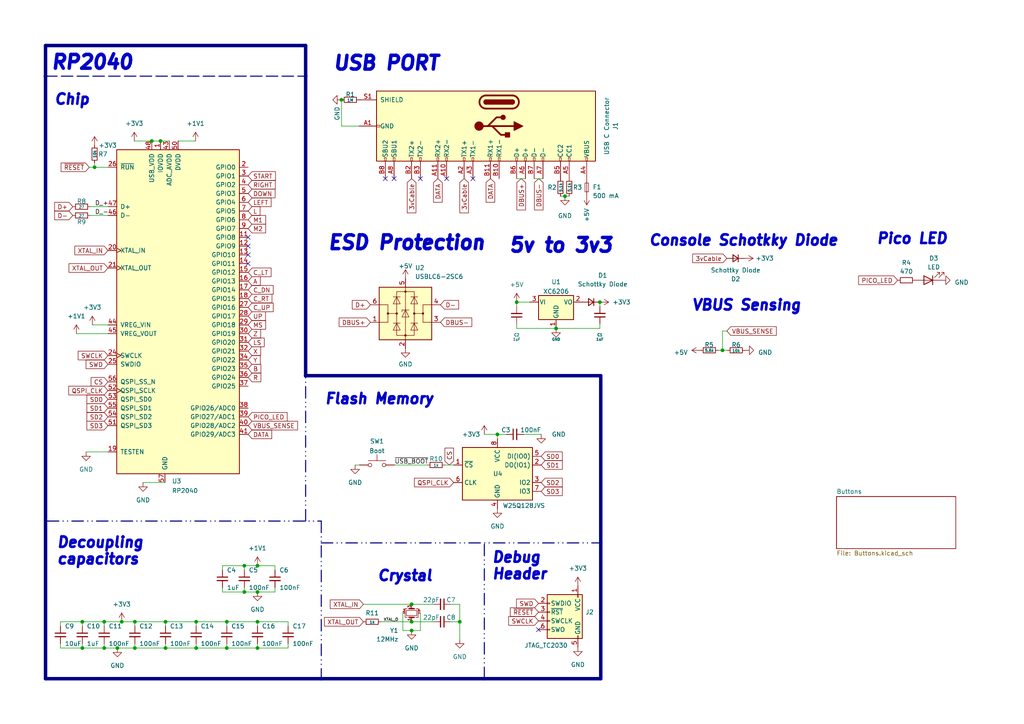
<source format=kicad_sch>
(kicad_sch (version 20230121) (generator eeschema)
  (paper "A4")
  (lib_symbols
    (symbol "Connector:USB_C_Receptacle" (pin_names (offset 1.016))
      (property "Reference" "J" (at -10.16 29.21 0))
      (property "Value" "USB_C_Receptacle" (at 10.16 29.21 0))
      (symbol "USB_C_Receptacle_1_1"
        (pin passive line (at 0 -40.64 90) (length 5.08) (name "GND") (number "A1"))
        (pin bidirectional line (at 15.24 -15.24 180) (length 5.08) (name "RX2-") (number "A10"))
        (pin bidirectional line (at 15.24 -17.78 180) (length 5.08) (name "RX2+") (number "A11"))
        (pin passive line (at 0 -40.64 90) (length 5.08) hide (name "GND") (number "A12"))
        (pin bidirectional line (at 15.24 -10.16 180) (length 5.08) (name "TX1+") (number "A2"))
        (pin bidirectional line (at 15.24 -7.62 180) (length 5.08) (name "TX1-") (number "A3"))
        (pin passive line (at 15.24 25.4 180) (length 5.08) (name "VBUS") (number "A4"))
        (pin bidirectional line (at 15.24 20.32 180) (length 5.08) (name "CC1") (number "A5"))
        (pin bidirectional line (at 15.24 7.62 180) (length 5.08) (name "D+") (number "A6"))
        (pin bidirectional line (at 15.24 12.7 180) (length 5.08) (name "D-") (number "A7"))
        (pin bidirectional line (at 15.24 -30.48 180) (length 5.08) (name "SBU1") (number "A8"))
        (pin passive line (at 15.24 25.4 180) (length 5.08) hide (name "VBUS") (number "A9"))
        (pin passive line (at 0 -40.64 90) (length 5.08) hide (name "GND") (number "B1"))
        (pin bidirectional line (at 15.24 0 180) (length 5.08) (name "RX1-") (number "B10"))
        (pin bidirectional line (at 15.24 -2.54 180) (length 5.08) (name "RX1+") (number "B11"))
        (pin passive line (at 0 -40.64 90) (length 5.08) hide (name "GND") (number "B12"))
        (pin bidirectional line (at 15.24 -25.4 180) (length 5.08) (name "TX2+") (number "B2"))
        (pin bidirectional line (at 15.24 -22.86 180) (length 5.08) (name "TX2-") (number "B3"))
        (pin passive line (at 15.24 25.4 180) (length 5.08) hide (name "VBUS") (number "B4"))
        (pin bidirectional line (at 15.24 17.78 180) (length 5.08) (name "CC2") (number "B5"))
        (pin bidirectional line (at 15.24 5.08 180) (length 5.08) (name "D+") (number "B6"))
        (pin bidirectional line (at 15.24 10.16 180) (length 5.08) (name "D-") (number "B7"))
        (pin bidirectional line (at 15.24 -33.02 180) (length 5.08) (name "SBU2") (number "B8"))
        (pin passive line (at 15.24 25.4 180) (length 5.08) hide (name "VBUS") (number "B9"))
        (pin passive line (at -7.62 -40.64 90) (length 5.08) (name "SHIELD") (number "S1"))
      )
    )
    (symbol "Device:C_Small" (pin_numbers hide) (pin_names (offset 0.254) hide)
      (property "Reference" "C" (at 0.254 1.778 0))
      (property "Value" "C_Small" (at 0.254 -2.032 0))
      (symbol "C_Small_1_1"
        (pin passive line (at 0 2.54 270) (length 2.032) (name "~") (number "1"))
        (pin passive line (at 0 -2.54 90) (length 2.032) (name "~") (number "2"))
      )
    )
    (symbol "Device:Crystal_GND24_Small" (pin_names (offset 1.016) hide)
      (property "Reference" "Y" (at 1.27 4.445 0))
      (property "Value" "Crystal_GND24_Small" (at 1.27 2.54 0))
      (symbol "Crystal_GND24_Small_1_1"
        (pin passive line (at -2.54 0 0) (length 1.27) (name "1") (number "1"))
        (pin passive line (at 0 -2.54 90) (length 0.635) (name "2") (number "2"))
        (pin passive line (at 2.54 0 180) (length 1.27) (name "3") (number "3"))
        (pin passive line (at 0 2.54 270) (length 0.635) (name "4") (number "4"))
      )
    )
    (symbol "Device:D_Small" (pin_numbers hide) (pin_names (offset 0.254) hide)
      (property "Reference" "D" (at -1.27 2.032 0))
      (property "Value" "D_Small" (at -3.81 -2.032 0))
      (symbol "D_Small_1_1"
        (pin passive line (at -2.54 0 0) (length 1.778) (name "K") (number "1"))
        (pin passive line (at 2.54 0 180) (length 1.778) (name "A") (number "2"))
      )
    )
    (symbol "Device:Fuse_Small" (pin_numbers hide) (pin_names (offset 0.254) hide)
      (property "Reference" "F" (at 0 -1.524 0))
      (property "Value" "Fuse_Small" (at 0 1.524 0))
      (symbol "Fuse_Small_1_1"
        (pin passive line (at -2.54 0 0) (length 1.27) (name "~") (number "1"))
        (pin passive line (at 2.54 0 180) (length 1.27) (name "~") (number "2"))
      )
    )
    (symbol "Device:LED" (pin_numbers hide) (pin_names (offset 1.016) hide)
      (property "Reference" "D" (at 0 2.54 0))
      (property "Value" "LED" (at 0 -2.54 0))
      (symbol "LED_1_1"
        (pin passive line (at -3.81 0 0) (length 2.54) (name "K") (number "1"))
        (pin passive line (at 3.81 0 180) (length 2.54) (name "A") (number "2"))
      )
    )
    (symbol "Device:R_Small" (pin_numbers hide) (pin_names (offset 0.254) hide)
      (property "Reference" "R" (at 0.762 0.508 0))
      (property "Value" "R_Small" (at 0.762 -1.016 0))
      (symbol "R_Small_1_1"
        (pin passive line (at 0 2.54 270) (length 0.762) (name "~") (number "1"))
        (pin passive line (at 0 -2.54 90) (length 0.762) (name "~") (number "2"))
      )
    )
    (symbol "Memory_Flash:W25Q128JVS"
      (property "Reference" "U" (at -8.89 8.89 0))
      (property "Value" "W25Q128JVS" (at 7.62 8.89 0))
      (symbol "W25Q128JVS_1_1"
        (pin input line (at -12.7 2.54 0) (length 2.54) (name "~{CS}") (number "1"))
        (pin bidirectional line (at 12.7 2.54 180) (length 2.54) (name "DO(IO1)") (number "2"))
        (pin bidirectional line (at 12.7 -2.54 180) (length 2.54) (name "IO2") (number "3"))
        (pin power_in line (at 0 -10.16 90) (length 2.54) (name "GND") (number "4"))
        (pin bidirectional line (at 12.7 5.08 180) (length 2.54) (name "DI(IO0)") (number "5"))
        (pin input line (at -12.7 -2.54 0) (length 2.54) (name "CLK") (number "6"))
        (pin bidirectional line (at 12.7 -5.08 180) (length 2.54) (name "IO3") (number "7"))
        (pin power_in line (at 0 10.16 270) (length 2.54) (name "VCC") (number "8"))
      )
    )
    (symbol "Power_Protection:USBLC6-2SC6" (pin_names hide)
      (property "Reference" "U" (at 2.54 8.89 0))
      (property "Value" "USBLC6-2SC6" (at 2.54 -8.89 0))
      (symbol "USBLC6-2SC6_1_1"
        (pin passive line (at -10.16 -2.54 0) (length 2.54) (name "I/O1") (number "1"))
        (pin passive line (at 0 -10.16 90) (length 2.54) (name "GND") (number "2"))
        (pin passive line (at 10.16 -2.54 180) (length 2.54) (name "I/O2") (number "3"))
        (pin passive line (at 10.16 2.54 180) (length 2.54) (name "I/O2") (number "4"))
        (pin passive line (at 0 10.16 270) (length 2.54) (name "VBUS") (number "5"))
        (pin passive line (at -10.16 2.54 0) (length 2.54) (name "I/O1") (number "6"))
      )
    )
    (symbol "Regulator_Linear:XC6206PxxxMR" (pin_names (offset 0.254))
      (property "Reference" "U" (at -3.81 3.175 0))
      (property "Value" "XC6206PxxxMR" (at 0 3.175 0))
      (symbol "XC6206PxxxMR_1_1"
        (pin power_in line (at 0 -7.62 90) (length 2.54) (name "GND") (number "1"))
        (pin power_out line (at 7.62 0 180) (length 2.54) (name "VO") (number "2"))
        (pin power_in line (at -7.62 0 0) (length 2.54) (name "VI") (number "3"))
      )
    )
    (symbol "Sleep-lib:RP2040" (pin_names (offset 1.016))
      (property "Reference" "U" (at 8.89 51.435 0))
      (property "Value" "RP2040" (at 8.89 48.895 0))
      (symbol "RP2040_1_1"
        (pin power_in line (at -5.08 50.8 270) (length 2.54) (name "IOVDD") (number "1"))
        (pin power_in line (at -5.08 50.8 270) (length 2.54) hide (name "IOVDD") (number "10"))
        (pin input line (at 20.32 22.86 180) (length 2.54) (name "GPIO8") (number "11"))
        (pin input line (at 20.32 20.32 180) (length 2.54) (name "GPIO9") (number "12"))
        (pin input line (at 20.32 17.78 180) (length 2.54) (name "GPIO10") (number "13"))
        (pin input line (at 20.32 15.24 180) (length 2.54) (name "GPIO11") (number "14"))
        (pin input line (at 20.32 12.7 180) (length 2.54) (name "GPIO12") (number "15"))
        (pin input line (at 20.32 10.16 180) (length 2.54) (name "GPIO13") (number "16"))
        (pin input line (at 20.32 7.62 180) (length 2.54) (name "GPIO14") (number "17"))
        (pin input line (at 20.32 5.08 180) (length 2.54) (name "GPIO15") (number "18"))
        (pin input line (at -20.32 -39.37 0) (length 2.54) (name "TESTEN") (number "19"))
        (pin input line (at 20.32 43.18 180) (length 2.54) (name "GPIO0") (number "2"))
        (pin input clock (at -20.32 19.05 0) (length 2.54) (name "XTAL_IN") (number "20"))
        (pin input clock (at -20.32 13.97 0) (length 2.54) (name "XTAL_OUT") (number "21"))
        (pin power_in line (at -5.08 50.8 270) (length 2.54) hide (name "IOVDD") (number "22"))
        (pin power_in line (at 0 50.8 270) (length 2.54) hide (name "DVDD") (number "23"))
        (pin input clock (at -20.32 -11.43 0) (length 2.54) (name "SWCLK") (number "24"))
        (pin bidirectional line (at -20.32 -13.97 0) (length 2.54) (name "SWDIO") (number "25"))
        (pin input line (at -20.32 43.18 0) (length 2.54) (name "~{RUN}") (number "26"))
        (pin input line (at 20.32 2.54 180) (length 2.54) (name "GPIO16") (number "27"))
        (pin input line (at 20.32 0 180) (length 2.54) (name "GPIO17") (number "28"))
        (pin input line (at 20.32 -2.54 180) (length 2.54) (name "GPIO18") (number "29"))
        (pin input line (at 20.32 40.64 180) (length 2.54) (name "GPIO1") (number "3"))
        (pin input line (at 20.32 -5.08 180) (length 2.54) (name "GPIO19") (number "30"))
        (pin input line (at 20.32 -7.62 180) (length 2.54) (name "GPIO20") (number "31"))
        (pin input line (at 20.32 -10.16 180) (length 2.54) (name "GPIO21") (number "32"))
        (pin power_in line (at -5.08 50.8 270) (length 2.54) hide (name "IOVDD") (number "33"))
        (pin input line (at 20.32 -12.7 180) (length 2.54) (name "GPIO22") (number "34"))
        (pin input line (at 20.32 -15.24 180) (length 2.54) (name "GPIO23") (number "35"))
        (pin input line (at 20.32 -17.78 180) (length 2.54) (name "GPIO24") (number "36"))
        (pin input line (at 20.32 -20.32 180) (length 2.54) (name "GPIO25") (number "37"))
        (pin input line (at 20.32 -26.67 180) (length 2.54) (name "GPIO26/ADC0") (number "38"))
        (pin input line (at 20.32 -29.21 180) (length 2.54) (name "GPIO27/ADC1") (number "39"))
        (pin input line (at 20.32 38.1 180) (length 2.54) (name "GPIO2") (number "4"))
        (pin input line (at 20.32 -31.75 180) (length 2.54) (name "GPIO28/ADC2") (number "40"))
        (pin input line (at 20.32 -34.29 180) (length 2.54) (name "GPIO29/ADC3") (number "41"))
        (pin power_in line (at -5.08 50.8 270) (length 2.54) hide (name "IOVDD") (number "42"))
        (pin power_in line (at -2.54 50.8 270) (length 2.54) (name "ADC_AVDD") (number "43"))
        (pin power_in line (at -20.32 -2.54 0) (length 2.54) (name "VREG_VIN") (number "44"))
        (pin power_out line (at -20.32 -5.08 0) (length 2.54) (name "VREG_VOUT") (number "45"))
        (pin bidirectional line (at -20.32 29.21 0) (length 2.54) (name "D-") (number "46"))
        (pin bidirectional line (at -20.32 31.75 0) (length 2.54) (name "D+") (number "47"))
        (pin power_in line (at -7.62 50.8 270) (length 2.54) (name "USB_VDD") (number "48"))
        (pin power_in line (at -5.08 50.8 270) (length 2.54) hide (name "IOVDD") (number "49"))
        (pin input line (at 20.32 35.56 180) (length 2.54) (name "GPIO3") (number "5"))
        (pin power_in line (at 0 50.8 270) (length 2.54) (name "DVDD") (number "50"))
        (pin bidirectional line (at -20.32 -31.75 0) (length 2.54) (name "QSPI_SD3") (number "51"))
        (pin input clock (at -20.32 -21.59 0) (length 2.54) (name "QSPI_SCLK") (number "52"))
        (pin bidirectional line (at -20.32 -24.13 0) (length 2.54) (name "QSPI_SD0") (number "53"))
        (pin bidirectional line (at -20.32 -29.21 0) (length 2.54) (name "QSPI_SD2") (number "54"))
        (pin bidirectional line (at -20.32 -26.67 0) (length 2.54) (name "QSPI_SD1") (number "55"))
        (pin bidirectional line (at -20.32 -19.05 0) (length 2.54) (name "QSPI_SS_N") (number "56"))
        (pin power_in line (at -3.81 -48.26 90) (length 2.54) (name "GND") (number "57"))
        (pin input line (at 20.32 33.02 180) (length 2.54) (name "GPIO4") (number "6"))
        (pin input line (at 20.32 30.48 180) (length 2.54) (name "GPIO5") (number "7"))
        (pin input line (at 20.32 27.94 180) (length 2.54) (name "GPIO6") (number "8"))
        (pin input line (at 20.32 25.4 180) (length 2.54) (name "GPIO7") (number "9"))
      )
    )
    (symbol "Switch:SW_Push" (pin_numbers hide) (pin_names (offset 1.016) hide)
      (property "Reference" "SW" (at 1.27 2.54 0))
      (property "Value" "SW_Push" (at 0 -1.524 0))
      (symbol "SW_Push_0_1"
        (pin passive line (at -5.08 0 0) (length 2.54) (name "1") (number "1"))
        (pin passive line (at 5.08 0 180) (length 2.54) (name "2") (number "2"))
      )
    )
    (symbol "marbastlib-various:JTAG_TC2030" (pin_names (offset 1.016))
      (property "Reference" "J" (at -3.81 -6.35 0))
      (property "Value" "JTAG_TC2030" (at -10.16 8.89 0))
      (symbol "JTAG_TC2030_1_1"
        (pin passive line (at 5.08 10.16 270) (length 2.54) (name "VCC") (number "1"))
        (pin passive line (at -6.35 5.08 0) (length 2.54) (name "SWDIO") (number "2"))
        (pin passive line (at -6.35 2.54 0) (length 2.54) (name "~{RST}") (number "3"))
        (pin passive line (at -6.35 0 0) (length 2.54) (name "SWCLK") (number "4"))
        (pin passive line (at 5.08 -7.62 90) (length 2.54) (name "GND") (number "5"))
        (pin passive line (at -6.35 -2.54 0) (length 2.54) (name "SWO") (number "6"))
      )
    )
    (symbol "power:+1V1" (power) (pin_names (offset 0))
      (property "Value" "+1V1" (at 0 3.556 0))
      (symbol "+1V1_1_1"
        (pin power_in line (at 0 0 90) (length 0) hide (name "+1V1") (number "1"))
      )
    )
    (symbol "power:+3.3V" (power) (pin_names (offset 0))
      (property "Value" "+3.3V" (at 0 3.556 0))
      (symbol "+3.3V_1_1"
        (pin power_in line (at 0 0 90) (length 0) hide (name "+3V3") (number "1"))
      )
    )
    (symbol "power:+3V3" (power) (pin_names (offset 0))
      (property "Value" "+3V3" (at 0 3.556 0))
      (symbol "+3V3_1_1"
        (pin power_in line (at 0 0 90) (length 0) hide (name "+3V3") (number "1"))
      )
    )
    (symbol "power:+5V" (power) (pin_names (offset 0))
      (property "Value" "+5V" (at 0 3.556 0))
      (symbol "+5V_1_1"
        (pin power_in line (at 0 0 90) (length 0) hide (name "+5V") (number "1"))
      )
    )
    (symbol "power:GND" (power) (pin_names (offset 0))
      (property "Value" "GND" (at 0 -3.81 0))
      (symbol "GND_1_1"
        (pin power_in line (at 0 0 270) (length 0) hide (name "GND") (number "1"))
      )
    )
  )
  (junction (at 140.4766 196.85))
  (junction (at 23.876 187.96))
  (junction (at 56.896 180.34))
  (junction (at 56.896 187.96))
  (junction (at 88.646 22.098))
  (junction (at 23.876 180.34))
  (junction (at 74.676 180.34))
  (junction (at 161.29 95.25) (diameter 0.9144))
  (junction (at 74.676 164.084))
  (junction (at 93.1852 196.85))
  (junction (at 74.676 187.96))
  (junction (at 39.116 180.34))
  (junction (at 70.866 171.704))
  (junction (at 34.036 187.96))
  (junction (at 48.006 187.96))
  (junction (at 149.86 87.63) (diameter 0.9144))
  (junction (at 35.306 180.34))
  (junction (at 174.244 157.4631))
  (junction (at 44.0248 40.894))
  (junction (at 173.99 87.63))
  (junction (at 30.226 180.34))
  (junction (at 74.676 171.704))
  (junction (at 133.35 180.34))
  (junction (at 65.786 187.96))
  (junction (at 46.5648 40.894))
  (junction (at 119.38 182.88))
  (junction (at 13.208 22.098))
  (junction (at 70.866 164.084))
  (junction (at 119.38 180.34))
  (junction (at 88.646 108.966))
  (junction (at 163.8554 56.896))
  (junction (at 209.55 101.6))
  (junction (at 39.116 187.96))
  (junction (at 144.272 125.984))
  (junction (at 48.006 180.34))
  (junction (at 119.38 175.26))
  (junction (at 27.432 48.514))
  (junction (at 99.06 28.956))
  (junction (at 30.226 187.96))
  (junction (at 65.786 180.34))
  (no_connect (at 71.9648 76.454))
  (no_connect (at 71.9648 73.914))
  (no_connect (at 71.9648 68.834))
  (no_connect (at 71.9648 71.374))
  (no_connect (at 156.1776 182.626))
  (no_connect (at 137.16 51.816))
  (no_connect (at 129.54 51.816))
  (no_connect (at 121.92 51.816))
  (no_connect (at 114.3 51.816))
  (no_connect (at 111.76 51.816))
  (bus (pts (xy 140.4766 196.85) (xy 174.244 196.85)) (stroke (width 1)))
  (wire (pts (xy 65.786 186.69) (xy 65.786 187.96)))
  (bus (pts (xy 174.244 196.85) (xy 174.244 157.4631)) (stroke (width 1)))
  (wire (pts (xy 70.866 164.084) (xy 64.516 164.084)))
  (wire (pts (xy 83.566 180.34) (xy 83.566 181.61)))
  (wire (pts (xy 210.82 96.012) (xy 209.55 96.012)))
  (wire (pts (xy 24.9748 131.064) (xy 31.3248 131.064)))
  (wire (pts (xy 39.116 180.34) (xy 39.116 181.61)))
  (wire (pts (xy 31.3248 96.774) (xy 22.1554 96.774)))
  (bus (pts (xy 13.208 22.098) (xy 13.208 196.85)) (stroke (width 1)))
  (wire (pts (xy 30.226 180.34) (xy 30.226 181.61)))
  (wire (pts (xy 23.876 186.69) (xy 23.876 187.96)))
  (bus (pts (xy 93.1852 151.13) (xy 93.1852 196.85)) (stroke (width 0) (type dash_dot_dot)))
  (wire (pts (xy 51.6448 40.894) (xy 56.7248 40.894)))
  (wire (pts (xy 74.676 180.34) (xy 83.566 180.34)))
  (bus (pts (xy 93.1852 196.85) (xy 140.4766 196.85)) (stroke (width 1)))
  (wire (pts (xy 65.786 187.96) (xy 74.676 187.96)))
  (wire (pts (xy 116.84 177.8) (xy 116.84 182.88)))
  (wire (pts (xy 23.876 187.96) (xy 30.226 187.96)))
  (wire (pts (xy 161.29 95.25) (xy 173.99 95.25)))
  (wire (pts (xy 133.35 175.26) (xy 133.35 180.34)))
  (wire (pts (xy 25.8891 48.514) (xy 27.432 48.514)))
  (wire (pts (xy 173.99 88.8746) (xy 173.99 87.63)))
  (wire (pts (xy 209.55 101.6) (xy 210.9978 101.6)))
  (wire (pts (xy 26.194 59.944) (xy 31.3248 59.944)))
  (wire (pts (xy 151.892 125.984) (xy 156.972 125.984)))
  (wire (pts (xy 83.566 187.96) (xy 83.566 186.69)))
  (bus (pts (xy 88.646 22.098) (xy 88.646 108.966)) (stroke (width 1)))
  (wire (pts (xy 17.526 186.69) (xy 17.526 187.96)))
  (bus (pts (xy 88.646 151.13) (xy 88.646 108.966)) (stroke (width 0) (type dash_dot_dot)))
  (wire (pts (xy 17.526 181.61) (xy 17.526 180.34)))
  (wire (pts (xy 46.5648 40.894) (xy 49.1048 40.894)))
  (wire (pts (xy 74.676 164.084) (xy 79.756 164.084)))
  (wire (pts (xy 116.84 182.88) (xy 119.38 182.88)))
  (wire (pts (xy 121.92 182.88) (xy 119.38 182.88)))
  (bus (pts (xy 13.208 22.098) (xy 88.646 22.098)) (stroke (width 0) (type dash)))
  (wire (pts (xy 48.006 180.34) (xy 56.896 180.34)))
  (wire (pts (xy 70.866 170.434) (xy 70.866 171.704)))
  (wire (pts (xy 39.116 187.96) (xy 39.116 186.69)))
  (wire (pts (xy 64.516 171.704) (xy 70.866 171.704)))
  (wire (pts (xy 74.676 164.084) (xy 70.866 164.084)))
  (wire (pts (xy 64.516 170.434) (xy 64.516 171.704)))
  (wire (pts (xy 56.896 180.34) (xy 65.786 180.34)))
  (wire (pts (xy 30.226 186.69) (xy 30.226 187.96)))
  (wire (pts (xy 65.786 180.34) (xy 74.676 180.34)))
  (wire (pts (xy 41.4848 139.954) (xy 47.8348 139.954)))
  (wire (pts (xy 99.06 36.576) (xy 99.06 28.956)))
  (wire (pts (xy 125.73 180.34) (xy 119.38 180.34)))
  (wire (pts (xy 102.997 134.874) (xy 104.267 134.874)))
  (wire (pts (xy 17.526 180.34) (xy 23.876 180.34)))
  (wire (pts (xy 70.866 164.084) (xy 70.866 165.354)))
  (wire (pts (xy 149.86 93.98) (xy 149.86 95.25)))
  (wire (pts (xy 30.226 180.34) (xy 35.306 180.34)))
  (wire (pts (xy 39.116 180.34) (xy 48.006 180.34)))
  (bus (pts (xy 13.208 196.85) (xy 93.1852 196.85)) (stroke (width 1)))
  (bus (pts (xy 13.716 151.13) (xy 93.1852 151.13)) (stroke (width 0) (type dash_dot_dot)))
  (bus (pts (xy 88.646 13.208) (xy 88.646 22.098)) (stroke (width 1)))
  (wire (pts (xy 144.272 125.984) (xy 144.272 127.254)))
  (wire (pts (xy 209.55 96.012) (xy 209.55 101.6)))
  (wire (pts (xy 104.14 36.576) (xy 99.06 36.576)))
  (wire (pts (xy 17.526 187.96) (xy 23.876 187.96)))
  (wire (pts (xy 26.7782 94.234) (xy 31.3248 94.234)))
  (wire (pts (xy 30.226 187.96) (xy 34.036 187.96)))
  (wire (pts (xy 149.86 87.63) (xy 149.86 88.9)))
  (wire (pts (xy 152.4 51.816) (xy 149.86 51.816)))
  (bus (pts (xy 13.208 13.208) (xy 13.208 22.098)) (stroke (width 1)))
  (wire (pts (xy 74.676 187.96) (xy 83.566 187.96)))
  (wire (pts (xy 39.116 187.96) (xy 48.006 187.96)))
  (wire (pts (xy 70.866 171.704) (xy 74.676 171.704)))
  (bus (pts (xy 140.4766 196.85) (xy 140.4766 157.48)) (stroke (width 0) (type dash_dot_dot)))
  (wire (pts (xy 173.99 93.9546) (xy 173.99 95.25)))
  (wire (pts (xy 56.896 187.96) (xy 65.786 187.96)))
  (wire (pts (xy 133.35 180.34) (xy 133.35 185.42)))
  (wire (pts (xy 161.29 95.25) (xy 149.86 95.25)))
  (bus (pts (xy 174.244 157.4631) (xy 174.244 157.48)))
  (wire (pts (xy 105.41 175.26) (xy 119.38 175.26)))
  (wire (pts (xy 35.306 180.34) (xy 39.116 180.34)))
  (wire (pts (xy 27.432 47.244) (xy 27.432 48.514)))
  (wire (pts (xy 64.516 164.084) (xy 64.516 165.354)))
  (wire (pts (xy 163.8554 56.896) (xy 165.1 56.896)))
  (wire (pts (xy 56.896 186.69) (xy 56.896 187.96)))
  (wire (pts (xy 129.032 134.874) (xy 131.572 134.874)))
  (wire (pts (xy 157.48 51.816) (xy 154.94 51.816)))
  (wire (pts (xy 56.896 180.34) (xy 56.896 181.61)))
  (wire (pts (xy 121.92 177.8) (xy 121.92 182.88)))
  (wire (pts (xy 74.676 180.34) (xy 74.676 181.61)))
  (wire (pts (xy 125.73 175.26) (xy 119.38 175.26)))
  (wire (pts (xy 79.756 171.704) (xy 79.756 170.434)))
  (wire (pts (xy 48.006 187.96) (xy 56.896 187.96)))
  (bus (pts (xy 174.244 157.4631) (xy 174.244 108.966)) (stroke (width 1)))
  (bus (pts (xy 93.1852 157.4631) (xy 174.244 157.4631)) (stroke (width 0) (type dash_dot_dot)))
  (wire (pts (xy 144.272 125.984) (xy 146.812 125.984)))
  (wire (pts (xy 23.876 180.34) (xy 23.876 181.61)))
  (wire (pts (xy 48.006 180.34) (xy 48.006 181.61)))
  (wire (pts (xy 27.432 48.514) (xy 31.3248 48.514)))
  (wire (pts (xy 149.86 87.63) (xy 153.67 87.63)))
  (bus (pts (xy 13.208 13.208) (xy 88.646 13.208)) (stroke (width 1)))
  (wire (pts (xy 38.9448 40.894) (xy 44.0248 40.894)))
  (wire (pts (xy 65.786 180.34) (xy 65.786 181.61)))
  (wire (pts (xy 30.226 180.34) (xy 23.876 180.34)))
  (wire (pts (xy 44.0248 40.894) (xy 46.5648 40.894)))
  (wire (pts (xy 130.81 175.26) (xy 133.35 175.26)))
  (wire (pts (xy 140.462 125.984) (xy 144.272 125.984)))
  (wire (pts (xy 79.756 164.084) (xy 79.756 165.354)))
  (wire (pts (xy 133.35 180.34) (xy 130.81 180.34)))
  (wire (pts (xy 34.036 187.96) (xy 39.116 187.96)))
  (wire (pts (xy 208.28 101.6) (xy 209.55 101.6)))
  (wire (pts (xy 74.676 187.96) (xy 74.676 186.69)))
  (wire (pts (xy 162.56 56.896) (xy 163.8554 56.896)))
  (bus (pts (xy 88.646 108.966) (xy 174.244 108.966)) (stroke (width 1)))
  (wire (pts (xy 74.676 171.704) (xy 79.756 171.704)))
  (wire (pts (xy 119.38 180.34) (xy 110.49 180.34)))
  (wire (pts (xy 26.194 62.484) (xy 31.3248 62.484)))
  (wire (pts (xy 114.427 134.874) (xy 123.952 134.874)))
  (wire (pts (xy 48.006 187.96) (xy 48.006 186.69)))
  (text "Debug\nHeader" (at 142.4616 168.402 0) (effects (font (size 3 3) (thickness 2) bold italic) (justify left bottom)))
  (text "Decoupling\ncapacitors" (at 16.256 164.084 0) (effects (font (size 3 3) (thickness 2) bold italic) (justify left bottom)))
  (text "Console Schotkky Diode" (at 187.96 71.628 0) (effects (font (size 3 3) (thickness 2) bold italic) (justify left bottom)))
  (text "Flash Memory" (at 93.98 117.602 0) (effects (font (size 3 3) (thickness 2) bold italic) (justify left bottom)))
  (text "Chip" (at 15.494 30.734 0) (effects (font (size 3 3) (thickness 2) bold italic) (justify left bottom)))
  (text "Pico LED" (at 254 71.12 0) (effects (font (size 3 3) (thickness 2) bold italic) (justify left bottom)))
  (text "VBUS Sensing" (at 200.406 90.424 0) (effects (font (size 3 3) (thickness 2) bold italic) (justify left bottom)))
  (text "5v to 3v3" (at 147.32 73.66 0) (effects (font (size 4 4) (thickness 2) bold italic) (justify left bottom)))
  (text "RP2040" (at 14.478 20.574 0) (effects (font (size 4 4) (thickness 2) bold italic) (justify left bottom)))
  (text "USB PORT" (at 96.266 20.828 0) (effects (font (size 4 4) (thickness 2) bold italic) (justify left bottom)))
  (text "Crystal" (at 109.22 168.91 0) (effects (font (size 3 3) (thickness 2) bold italic) (justify left bottom)))
  (text "ESD Protection" (at 94.742 72.898 0) (effects (font (size 4 4) (thickness 2) bold italic) (justify left bottom)))
  (label "D_-" (at 27.5148 62.484 0))
  (label "~{USB_BOOT}" (at 114.427 134.874 0))
  (label "D_+" (at 27.5148 59.944 0))
  (label "XTAL_O" (at 115.57 180.34 180) (effects (font (size 0.8 0.8))))
  (global_label "L" (shape input) (at 71.9648 61.214 0) (property "Intersheetrefs" "${INTERSHEET_REFS}" (effects hide)))
  (global_label "SD0" (shape input) (at 156.972 132.334 0) (property "Intersheetrefs" "${INTERSHEET_REFS}" (effects hide)))
  (global_label "SD2" (shape input) (at 156.972 139.954 0) (property "Intersheetrefs" "${INTERSHEET_REFS}" (effects hide)))
  (global_label "SD2" (shape input) (at 31.3248 120.904 180) (property "Intersheetrefs" "${INTERSHEET_REFS}" (effects hide)))
  (global_label "DBUS+" (shape input) (at 107.442 93.472 180) (property "Intersheetrefs" "${INTERSHEET_REFS}" (effects hide)))
  (global_label "~{RESET}" (shape input) (at 156.1776 177.546 180) (property "Intersheetrefs" "${INTERSHEET_REFS}" (effects hide)))
  (global_label "SWD" (shape input) (at 31.3248 105.664 180) (property "Intersheetrefs" "${INTERSHEET_REFS}" (effects hide)))
  (global_label "3vCable" (shape input) (at 134.62 51.816 270) (property "Intersheetrefs" "${INTERSHEET_REFS}" (effects hide)))
  (global_label "SWCLK" (shape input) (at 31.3248 103.124 180) (property "Intersheetrefs" "${INTERSHEET_REFS}" (effects hide)))
  (global_label "LEFT" (shape input) (at 71.9648 58.674 0) (property "Intersheetrefs" "${INTERSHEET_REFS}" (effects hide)))
  (global_label "D+" (shape input) (at 21.114 59.944 180) (property "Intersheetrefs" "${INTERSHEET_REFS}" (effects hide)))
  (global_label "3vCable" (shape input) (at 119.38 51.816 270) (property "Intersheetrefs" "${INTERSHEET_REFS}" (effects hide)))
  (global_label "DATA" (shape input) (at 142.24 51.816 270) (property "Intersheetrefs" "${INTERSHEET_REFS}" (effects hide)))
  (global_label "M2" (shape input) (at 71.9648 66.294 0) (property "Intersheetrefs" "${INTERSHEET_REFS}" (effects hide)))
  (global_label "DBUS-" (shape input) (at 127.762 93.472 0) (property "Intersheetrefs" "${INTERSHEET_REFS}" (effects hide)))
  (global_label "D-" (shape input) (at 127.762 88.392 0) (property "Intersheetrefs" "${INTERSHEET_REFS}" (effects hide)))
  (global_label "START" (shape input) (at 71.9648 51.054 0) (property "Intersheetrefs" "${INTERSHEET_REFS}" (effects hide)))
  (global_label "SD3" (shape input) (at 156.972 142.494 0) (property "Intersheetrefs" "${INTERSHEET_REFS}" (effects hide)))
  (global_label "QSPI_CLK" (shape input) (at 131.572 139.954 180) (property "Intersheetrefs" "${INTERSHEET_REFS}" (effects hide)))
  (global_label "R" (shape input) (at 71.9648 109.474 0) (property "Intersheetrefs" "${INTERSHEET_REFS}" (effects hide)))
  (global_label "CS" (shape input) (at 130.302 134.874 90) (property "Intersheetrefs" "${INTERSHEET_REFS}" (effects hide)))
  (global_label "DATA" (shape input) (at 127 51.816 270) (property "Intersheetrefs" "${INTERSHEET_REFS}" (effects hide)))
  (global_label "PICO_LED" (shape input) (at 260.35 81.28 180) (property "Intersheetrefs" "${INTERSHEET_REFS}" (effects hide)))
  (global_label "SD3" (shape input) (at 31.3248 123.444 180) (property "Intersheetrefs" "${INTERSHEET_REFS}" (effects hide)))
  (global_label "QSPI_CLK" (shape input) (at 31.3248 113.284 180) (property "Intersheetrefs" "${INTERSHEET_REFS}" (effects hide)))
  (global_label "DBUS+" (shape input) (at 151.1808 51.816 270) (property "Intersheetrefs" "${INTERSHEET_REFS}" (effects hide)))
  (global_label "PICO_LED" (shape input) (at 71.9648 120.904 0) (property "Intersheetrefs" "${INTERSHEET_REFS}" (effects hide)))
  (global_label "C_LT" (shape input) (at 71.9648 78.994 0) (property "Intersheetrefs" "${INTERSHEET_REFS}" (effects hide)))
  (global_label "B" (shape input) (at 71.9648 106.934 0) (property "Intersheetrefs" "${INTERSHEET_REFS}" (effects hide)))
  (global_label "Z" (shape input) (at 71.9648 96.774 0) (property "Intersheetrefs" "${INTERSHEET_REFS}" (effects hide)))
  (global_label "~{RESET}" (shape input) (at 25.8891 48.514 180) (property "Intersheetrefs" "${INTERSHEET_REFS}" (effects hide)))
  (global_label "XTAL_OUT" (shape input) (at 31.3248 77.724 180) (property "Intersheetrefs" "${INTERSHEET_REFS}" (effects hide)))
  (global_label "SD1" (shape input) (at 31.3248 118.364 180) (property "Intersheetrefs" "${INTERSHEET_REFS}" (effects hide)))
  (global_label "X" (shape input) (at 71.9648 101.854 0) (property "Intersheetrefs" "${INTERSHEET_REFS}" (effects hide)))
  (global_label "A" (shape input) (at 71.9648 81.534 0) (property "Intersheetrefs" "${INTERSHEET_REFS}" (effects hide)))
  (global_label "XTAL_OUT" (shape input) (at 105.41 180.34 180) (property "Intersheetrefs" "${INTERSHEET_REFS}" (effects hide)))
  (global_label "CS" (shape input) (at 31.3248 110.744 180) (property "Intersheetrefs" "${INTERSHEET_REFS}" (effects hide)))
  (global_label "LS" (shape input) (at 71.9648 99.314 0) (property "Intersheetrefs" "${INTERSHEET_REFS}" (effects hide)))
  (global_label "SD0" (shape input) (at 31.3248 115.824 180) (property "Intersheetrefs" "${INTERSHEET_REFS}" (effects hide)))
  (global_label "SD1" (shape input) (at 156.972 134.874 0) (property "Intersheetrefs" "${INTERSHEET_REFS}" (effects hide)))
  (global_label "DOWN" (shape input) (at 71.9648 56.134 0) (property "Intersheetrefs" "${INTERSHEET_REFS}" (effects hide)))
  (global_label "RIGHT" (shape input) (at 71.9648 53.594 0) (property "Intersheetrefs" "${INTERSHEET_REFS}" (effects hide)))
  (global_label "SWCLK" (shape input) (at 156.1776 180.086 180) (property "Intersheetrefs" "${INTERSHEET_REFS}" (effects hide)))
  (global_label "DBUS-" (shape input) (at 156.2608 51.816 270) (property "Intersheetrefs" "${INTERSHEET_REFS}" (effects hide)))
  (global_label "SWD" (shape input) (at 156.1776 175.006 180) (property "Intersheetrefs" "${INTERSHEET_REFS}" (effects hide)))
  (global_label "UP" (shape input) (at 71.9648 91.694 0) (property "Intersheetrefs" "${INTERSHEET_REFS}" (effects hide)))
  (global_label "C_DN" (shape input) (at 71.9648 84.074 0) (property "Intersheetrefs" "${INTERSHEET_REFS}" (effects hide)))
  (global_label "XTAL_IN" (shape input) (at 105.41 175.26 180) (property "Intersheetrefs" "${INTERSHEET_REFS}" (effects hide)))
  (global_label "D+" (shape input) (at 107.442 88.392 180) (property "Intersheetrefs" "${INTERSHEET_REFS}" (effects hide)))
  (global_label "DATA" (shape input) (at 71.9648 125.984 0) (property "Intersheetrefs" "${INTERSHEET_REFS}" (effects hide)))
  (global_label "C_RT" (shape input) (at 71.9648 86.614 0) (property "Intersheetrefs" "${INTERSHEET_REFS}" (effects hide)))
  (global_label "MS" (shape input) (at 71.9648 94.234 0) (property "Intersheetrefs" "${INTERSHEET_REFS}" (effects hide)))
  (global_label "3vCable" (shape input) (at 210.82 74.93 180) (property "Intersheetrefs" "${INTERSHEET_REFS}" (effects hide)))
  (global_label "M1" (shape input) (at 71.9648 63.754 0) (property "Intersheetrefs" "${INTERSHEET_REFS}" (effects hide)))
  (global_label "D-" (shape input) (at 21.114 62.484 180) (property "Intersheetrefs" "${INTERSHEET_REFS}" (effects hide)))
  (global_label "C_UP" (shape input) (at 71.9648 89.154 0) (property "Intersheetrefs" "${INTERSHEET_REFS}" (effects hide)))
  (global_label "XTAL_IN" (shape input) (at 31.3248 72.644 180) (property "Intersheetrefs" "${INTERSHEET_REFS}" (effects hide)))
  (global_label "Y" (shape input) (at 71.9648 104.394 0) (property "Intersheetrefs" "${INTERSHEET_REFS}" (effects hide)))
  (global_label "VBUS_SENSE" (shape input) (at 210.82 96.012 0) (property "Intersheetrefs" "${INTERSHEET_REFS}" (effects hide)))
  (global_label "VBUS_SENSE" (shape input) (at 71.9648 123.444 0) (property "Intersheetrefs" "${INTERSHEET_REFS}" (effects hide)))
  (symbol (lib_id "power:+3V3") (at 26.7782 94.234 0) (unit 1)
    (property "Reference" "#PWR016" (effects hide))
    (property "Value" "+3V3" (at 26.7782 89.154 0))
  )
  (symbol (lib_id "Device:R_Small") (at 27.432 44.704 0) (unit 1)
    (property "Reference" "R7" (at 28.4989 44.704 0) (effects (justify left)))
    (property "Value" "10k" (at 27.5083 45.8216 90) (effects (font (size 0.8 0.8)) (justify left)))
    (property "Footprint" "Resistor_SMD:R_0402_1005Metric" (effects hide))
    (property "LCSC" "C25744" (effects hide))
  )
  (symbol (lib_id "power:GND") (at 273.05 81.28 90) (unit 1)
    (property "Reference" "#PWR034" (effects hide))
    (property "Value" "GND" (at 276.86 81.915 90) (effects (justify right)))
  )
  (symbol (lib_id "Device:C_Small") (at 128.27 180.34 270) (mirror x) (unit 1)
    (property "Reference" "C8" (at 130.81 179.07 90))
    (property "Value" "22pF" (at 125.095 179.07 90))
    (property "Footprint" "Capacitor_SMD:C_0402_1005Metric" (effects hide))
    (property "LCSC" "C1555" (effects hide))
  )
  (symbol (lib_id "Device:C_Small") (at 64.516 167.894 0) (unit 1)
    (property "Reference" "C4" (at 65.786 165.3539 0) (effects (justify left)))
    (property "Value" "1uF" (at 65.786 170.4339 0) (effects (justify left)))
    (property "Footprint" "Capacitor_SMD:C_0402_1005Metric" (effects hide))
    (property "LCSC" "C52923" (effects hide))
  )
  (symbol (lib_id "Device:D_Small") (at 171.45 87.63 180) (unit 1)
    (property "Reference" "D1" (at 174.8028 79.883 0))
    (property "Value" "Schottky Diode" (at 174.8028 82.423 0))
    (property "Footprint" "qw-footprints:CUSTOM D_SOD-123" (effects hide))
    (property "LCSC" "C130880" (effects hide))
  )
  (symbol (lib_id "Device:C_Small") (at 149.86 91.44 180) (unit 1)
    (property "Reference" "C2" (at 149.86 97.155 0) (effects (font (size 0.762 0.762))))
    (property "Value" "1uF" (at 149.86 98.425 0) (effects (font (size 0.762 0.762))))
    (property "Footprint" "Capacitor_SMD:C_0402_1005Metric" (effects hide))
    (property "LCSC" "C52923" (effects hide))
  )
  (symbol (lib_id "Device:R_Small") (at 162.56 54.356 180) (unit 1)
    (property "Reference" "R2" (at 161.4931 54.356 0) (effects (justify left)))
    (property "Value" "5.1k" (at 162.6616 53.0352 90) (effects (font (size 0.8 0.8)) (justify left)))
    (property "Footprint" "Resistor_SMD:R_0402_1005Metric" (effects hide))
    (property "LCSC" "C25744" (effects hide))
  )
  (symbol (lib_id "Device:C_Small") (at 149.352 125.984 90) (unit 1)
    (property "Reference" "C3" (at 148.0819 124.714 90) (effects (justify left)))
    (property "Value" "100nF" (at 156.9719 124.714 90) (effects (justify left)))
    (property "Footprint" "Capacitor_SMD:C_0402_1005Metric" (effects hide))
    (property "LCSC" "C1525" (effects hide))
  )
  (symbol (lib_id "Device:C_Small") (at 23.876 184.15 0) (unit 1)
    (property "Reference" "C10" (at 25.146 181.6099 0) (effects (justify left)))
    (property "Value" "1uF" (at 25.146 186.6899 0) (effects (justify left)))
    (property "Footprint" "Capacitor_SMD:C_0402_1005Metric" (effects hide))
    (property "LCSC" "C52923" (effects hide))
  )
  (symbol (lib_id "Device:R_Small") (at 101.6 28.956 90) (unit 1)
    (property "Reference" "R1" (at 101.6 27.4066 90))
    (property "Value" "1M" (at 101.6 29.0576 90) (effects (font (size 0.8 0.8))))
    (property "Footprint" "Resistor_SMD:R_0603_1608Metric" (effects hide))
    (property "LCSC" "C25190" (effects hide))
  )
  (symbol (lib_id "Device:R_Small") (at 213.5378 101.6 90) (unit 1)
    (property "Reference" "R6" (at 214.8749 100.0271 90) (effects (justify left)))
    (property "Value" "10k" (at 214.6718 101.7116 90) (effects (font (size 0.8 0.8)) (justify left)))
    (property "Footprint" "Resistor_SMD:R_0603_1608Metric" (effects hide))
  )
  (symbol (lib_id "Device:R_Small") (at 23.654 62.484 90) (unit 1)
    (property "Reference" "R9" (at 23.654 64.3636 90))
    (property "Value" "27" (at 23.654 62.5856 90) (effects (font (size 0.8 0.8))))
    (property "Footprint" "Resistor_SMD:R_0603_1608Metric" (effects hide))
    (property "LCSC" "C25190" (effects hide))
  )
  (symbol (lib_id "Device:R_Small") (at 262.89 81.28 90) (unit 1)
    (property "Reference" "R4" (at 262.89 76.2 90))
    (property "Value" "470" (at 262.89 78.74 90))
  )
  (symbol (lib_id "Device:C_Small") (at 48.006 184.15 0) (unit 1)
    (property "Reference" "C13" (at 49.276 181.6099 0) (effects (justify left)))
    (property "Value" "100nF" (at 49.276 186.6899 0) (effects (justify left)))
    (property "Footprint" "Capacitor_SMD:C_0402_1005Metric" (effects hide))
    (property "LCSC" "C1525" (effects hide))
  )
  (symbol (lib_id "Device:Fuse_Small") (at 170.18 54.356 270) (unit 1)
    (property "Reference" "F1" (at 171.9072 54.2544 90) (effects (justify left)))
    (property "Value" "500 mA" (at 171.9072 56.7944 90) (effects (justify left)))
    (property "Footprint" "Fuse:Fuse_1206_3216Metric" (effects hide))
  )
  (symbol (lib_id "Device:R_Small") (at 23.654 59.944 90) (unit 1)
    (property "Reference" "R8" (at 23.654 58.3946 90))
    (property "Value" "27" (at 23.654 60.0456 90) (effects (font (size 0.8 0.8))))
    (property "Footprint" "Resistor_SMD:R_0603_1608Metric" (effects hide))
    (property "LCSC" "C25190" (effects hide))
  )
  (symbol (lib_id "Power_Protection:USBLC6-2SC6") (at 117.602 90.932 0) (unit 1)
    (property "Reference" "U2" (at 120.3707 77.6732 0) (effects (justify left)))
    (property "Value" "USBLC6-2SC6" (at 120.3707 80.2132 0) (effects (justify left)))
    (property "Footprint" "Package_TO_SOT_SMD:SOT-23-6" (effects hide))
    (property "Datasheet" "https://www.st.com/resource/en/datasheet/usblc6-2.pdf" (effects hide))
  )
  (symbol (lib_id "power:GND") (at 117.602 101.092 0) (unit 1)
    (property "Reference" "#PWR08" (effects hide))
    (property "Value" "GND" (at 117.602 105.6545 0))
  )
  (symbol (lib_id "power:+1V1") (at 74.676 164.084 0) (unit 1)
    (property "Reference" "#PWR024" (effects hide))
    (property "Value" "+1V1" (at 74.676 159.004 0))
  )
  (symbol (lib_id "Device:R_Small") (at 107.95 180.34 270) (mirror x) (unit 1)
    (property "Reference" "R11" (at 107.95 177.8 90))
    (property "Value" "1k" (at 107.95 180.4349 90) (effects (font (size 0.8 0.8))))
    (property "Footprint" "Resistor_SMD:R_0402_1005Metric" (effects hide))
    (property "LCSC" "C11702" (effects hide))
  )
  (symbol (lib_id "Memory_Flash:W25Q128JVS") (at 144.272 137.414 0) (unit 1)
    (property "Reference" "U4" (at 143.002 137.414 0) (effects (justify left)))
    (property "Value" "W25Q128JVS" (at 145.7918 146.6562 0) (effects (justify left)))
    (property "Footprint" "Package_SO:SOIC-8_5.23x5.23mm_P1.27mm" (effects hide))
    (property "Datasheet" "http://www.winbond.com/resource-files/w25q128jv_dtr%20revc%2003272018%20plus.pdf" (effects hide))
    (property "LCSC" "C97521" (effects hide))
  )
  (symbol (lib_id "power:+3.3V") (at 173.99 87.63 270) (unit 1)
    (property "Reference" "#PWR06" (effects hide))
    (property "Value" "+3.3V" (at 177.6222 87.6299 90) (effects (justify left)))
  )
  (symbol (lib_id "Device:C_Small") (at 17.526 184.15 0) (unit 1)
    (property "Reference" "C9" (at 18.796 181.6099 0) (effects (justify left)))
    (property "Value" "10uF" (at 18.796 186.6899 0) (effects (justify left)))
    (property "Footprint" "Capacitor_SMD:C_0402_1005Metric" (effects hide))
    (property "LCSC" "C15525" (effects hide))
  )
  (symbol (lib_id "Device:C_Small") (at 79.756 167.894 0) (unit 1)
    (property "Reference" "C6" (at 81.026 165.3539 0) (effects (justify left)))
    (property "Value" "100nF" (at 81.026 170.4339 0) (effects (justify left)))
    (property "Footprint" "Capacitor_SMD:C_0402_1005Metric" (effects hide))
    (property "LCSC" "C1525" (effects hide))
  )
  (symbol (lib_id "power:+3V3") (at 35.306 180.34 0) (unit 1)
    (property "Reference" "#PWR027" (effects hide))
    (property "Value" "+3V3" (at 35.306 175.26 0))
  )
  (symbol (lib_id "Sleep-lib:RP2040") (at 51.6448 91.694 0) (unit 1)
    (property "Reference" "U3" (at 49.8542 139.5635 0) (effects (justify left)))
    (property "Value" "RP2040" (at 49.8542 142.3386 0) (effects (justify left)))
    (property "Footprint" "qw-footprints:RP2040-QFN-56" (effects hide))
    (property "Datasheet" "https://datasheets.raspberrypi.com/rp2040/rp2040-datasheet.pdf" (effects hide))
    (property "LCSC" "C2040" (effects hide))
  )
  (symbol (lib_id "power:+5V") (at 149.86 87.63 0) (unit 1)
    (property "Reference" "#PWR05" (effects hide))
    (property "Value" "+5V" (at 149.86 82.55 0))
  )
  (symbol (lib_id "power:+5V") (at 170.18 56.896 180) (unit 1)
    (property "Reference" "#PWR03" (effects hide))
    (property "Value" "+5V" (at 170.1801 60.3504 90) (effects (justify left)))
  )
  (symbol (lib_id "Device:R_Small") (at 165.1 54.356 0) (unit 1)
    (property "Reference" "R3" (at 166.1669 54.356 0) (effects (justify left)))
    (property "Value" "5.1k" (at 165.2016 55.6768 90) (effects (font (size 0.8 0.8)) (justify left)))
    (property "Footprint" "Resistor_SMD:R_0402_1005Metric" (effects hide))
    (property "LCSC" "C25744" (effects hide))
  )
  (symbol (lib_id "power:+3V3") (at 27.432 42.164 0) (unit 1)
    (property "Reference" "#PWR015" (effects hide))
    (property "Value" "+3V3" (at 31.242 42.164 0))
  )
  (symbol (lib_id "Device:D_Small") (at 213.36 74.93 180) (unit 1)
    (property "Reference" "D2" (at 213.36 80.9244 0))
    (property "Value" "Schottky Diode" (at 213.36 78.3844 0))
    (property "Footprint" "qw-footprints:CUSTOM D_SOD-123" (effects hide))
    (property "LCSC" "C130880" (effects hide))
  )
  (symbol (lib_id "power:+1V1") (at 56.7248 40.894 0) (unit 1)
    (property "Reference" "#PWR014" (effects hide))
    (property "Value" "+1V1" (at 56.7248 35.814 0))
  )
  (symbol (lib_id "power:+3V3") (at 215.9 74.93 270) (unit 1)
    (property "Reference" "#PWR09" (effects hide))
    (property "Value" "+3V3" (at 224.4344 74.93 90) (effects (justify right)))
  )
  (symbol (lib_id "Connector:USB_C_Receptacle") (at 144.78 36.576 270) (unit 1)
    (property "Reference" "J1" (at 178.5112 36.576 0))
    (property "Value" "USB C Connector" (at 175.9712 36.576 0))
    (property "Footprint" "qw-footprints:TYPE-C_24P_QCHT" (effects hide))
    (property "Datasheet" "https://www.usb.org/sites/default/files/documents/usb_type-c.zip" (effects hide))
    (property "LCSC" "C456013" (effects hide))
  )
  (symbol (lib_id "Device:C_Small") (at 65.786 184.15 0) (unit 1)
    (property "Reference" "C15" (at 67.056 181.6099 0) (effects (justify left)))
    (property "Value" "100nF" (at 67.056 186.6899 0) (effects (justify left)))
    (property "Footprint" "Capacitor_SMD:C_0402_1005Metric" (effects hide))
    (property "LCSC" "C1525" (effects hide))
  )
  (symbol (lib_id "Device:C_Small") (at 30.226 184.15 0) (unit 1)
    (property "Reference" "C11" (at 31.496 181.6099 0) (effects (justify left)))
    (property "Value" "100nF" (at 31.496 186.6899 0) (effects (justify left)))
    (property "Footprint" "Capacitor_SMD:C_0402_1005Metric" (effects hide))
    (property "LCSC" "C1525" (effects hide))
  )
  (symbol (lib_id "power:GND") (at 24.9748 131.064 0) (unit 1)
    (property "Reference" "#PWR020" (effects hide))
    (property "Value" "GND" (at 24.9748 136.144 0))
  )
  (symbol (lib_id "power:GND") (at 99.06 28.956 270) (unit 1)
    (property "Reference" "#PWR01" (effects hide))
    (property "Value" "GND" (at 97.7901 30.8864 0) (effects (justify left)))
  )
  (symbol (lib_id "power:GND") (at 144.272 147.574 0) (unit 1)
    (property "Reference" "#PWR023" (effects hide))
    (property "Value" "GND" (at 144.272 152.654 0))
  )
  (symbol (lib_id "Regulator_Linear:XC6206PxxxMR") (at 161.29 87.63 0) (unit 1)
    (property "Reference" "U1" (at 161.29 81.7585 0))
    (property "Value" "XC6206" (at 161.29 84.5336 0))
    (property "Footprint" "Package_TO_SOT_SMD:SOT-23" (effects hide))
    (property "Datasheet" "https://www.torexsemi.com/file/xc6206/XC6206.pdf" (effects hide))
    (property "LCSC" "C5446" (effects hide))
  )
  (symbol (lib_id "power:+3V3") (at 140.462 125.984 0) (unit 1)
    (property "Reference" "#PWR018" (effects hide))
    (property "Value" "+3V3" (at 136.652 125.984 0))
  )
  (symbol (lib_id "Device:R_Small") (at 126.492 134.874 90) (unit 1)
    (property "Reference" "R10" (at 126.4878 133.082 90))
    (property "Value" "1k" (at 126.4892 134.9549 90) (effects (font (size 0.8 0.8))))
    (property "Footprint" "Resistor_SMD:R_0402_1005Metric" (effects hide))
    (property "LCSC" "C11702" (effects hide))
  )
  (symbol (lib_id "power:GND") (at 34.036 187.96 0) (unit 1)
    (property "Reference" "#PWR030" (effects hide))
    (property "Value" "GND" (at 34.036 193.04 0))
  )
  (symbol (lib_id "power:+3V3") (at 167.6076 169.926 0) (unit 1)
    (property "Reference" "#PWR037" (effects hide))
    (property "Value" "+3V3" (at 167.6076 164.846 0))
  )
  (symbol (lib_id "power:GND") (at 161.29 95.25 0) (unit 1)
    (property "Reference" "#PWR07" (effects hide))
    (property "Value" "GND" (at 161.29 98.425 0) (effects (font (size 0.762 0.762))))
  )
  (symbol (lib_id "power:+5V") (at 203.2 101.6 90) (unit 1)
    (property "Reference" "#PWR035" (effects hide))
    (property "Value" "+5V" (at 199.517 102.235 90) (effects (justify left)))
  )
  (symbol (lib_id "marbastlib-various:JTAG_TC2030") (at 162.5276 180.086 0) (unit 1)
    (property "Reference" "J2" (at 169.8174 177.5459 0) (effects (justify left)))
    (property "Value" "JTAG_TC2030" (at 152.1136 187.198 0) (effects (justify left)))
    (property "Footprint" "marbastlib-various:CON_TC2030_outlined" (effects hide))
    (property "Datasheet" " ~" (effects hide))
  )
  (symbol (lib_id "Device:C_Small") (at 70.866 167.894 0) (unit 1)
    (property "Reference" "C5" (at 72.136 165.3539 0) (effects (justify left)))
    (property "Value" "100nF" (at 72.136 170.4339 0) (effects (justify left)))
    (property "Footprint" "Capacitor_SMD:C_0402_1005Metric" (effects hide))
    (property "LCSC" "C1525" (effects hide))
  )
  (symbol (lib_id "Device:C_Small") (at 173.99 91.4146 180) (unit 1)
    (property "Reference" "C1" (at 173.99 97.1296 0) (effects (font (size 0.762 0.762))))
    (property "Value" "1uF" (at 173.99 98.3996 0) (effects (font (size 0.762 0.762))))
    (property "Footprint" "Capacitor_SMD:C_0402_1005Metric" (effects hide))
    (property "LCSC" "C52923" (effects hide))
  )
  (symbol (lib_id "power:GND") (at 156.972 125.984 0) (unit 1)
    (property "Reference" "#PWR019" (effects hide))
    (property "Value" "GND" (at 162.052 125.984 0))
  )
  (symbol (lib_id "power:GND") (at 163.8554 56.896 0) (unit 1)
    (property "Reference" "#PWR02" (effects hide))
    (property "Value" "GND" (at 163.8554 62.5856 0))
  )
  (symbol (lib_id "Device:C_Small") (at 128.27 175.26 270) (mirror x) (unit 1)
    (property "Reference" "C7" (at 130.81 173.99 90))
    (property "Value" "22pF" (at 125.095 173.99 90))
    (property "Footprint" "Capacitor_SMD:C_0402_1005Metric" (effects hide))
    (property "LCSC" "C1555" (effects hide))
  )
  (symbol (lib_id "power:+3V3") (at 38.9448 40.894 0) (unit 1)
    (property "Reference" "#PWR013" (effects hide))
    (property "Value" "+3V3" (at 38.9448 35.814 0))
  )
  (symbol (lib_id "Device:Crystal_GND24_Small") (at 119.38 177.8 270) (mirror x) (unit 1)
    (property "Reference" "Y1" (at 115.57 182.88 90) (effects (justify right)))
    (property "Value" "12MHz" (at 115.57 185.42 90) (effects (justify right)))
    (property "Footprint" "Crystal:Crystal_SMD_3225-4Pin_3.2x2.5mm" (effects hide))
    (property "LCSC" "C9002" (effects hide))
  )
  (symbol (lib_id "power:GND") (at 102.997 134.874 0) (unit 1)
    (property "Reference" "#PWR021" (effects hide))
    (property "Value" "GND" (at 102.997 139.954 0))
  )
  (symbol (lib_id "Device:LED") (at 269.24 81.28 180) (unit 1)
    (property "Reference" "D3" (at 270.8275 74.93 0))
    (property "Value" "LED" (at 270.8275 77.47 0))
  )
  (symbol (lib_id "power:GND") (at 216.0778 101.6 90) (unit 1)
    (property "Reference" "#PWR036" (effects hide))
    (property "Value" "GND" (at 219.8878 102.235 90) (effects (justify right)))
  )
  (symbol (lib_id "Device:C_Small") (at 39.116 184.15 0) (unit 1)
    (property "Reference" "C12" (at 40.386 181.6099 0) (effects (justify left)))
    (property "Value" "100nF" (at 40.386 186.6899 0) (effects (justify left)))
    (property "Footprint" "Capacitor_SMD:C_0402_1005Metric" (effects hide))
    (property "LCSC" "C1525" (effects hide))
  )
  (symbol (lib_id "power:GND") (at 119.38 182.88 0) (mirror y) (unit 1)
    (property "Reference" "#PWR028" (effects hide))
    (property "Value" "GND" (at 119.38 187.96 0))
  )
  (symbol (lib_id "Switch:SW_Push") (at 109.347 134.874 0) (unit 1) (in_bom no)
    (property "Reference" "SW1" (at 109.347 127.9865 0))
    (property "Value" "Boot" (at 109.347 130.7616 0))
    (property "Footprint" "bootsel:SW_SPST_SKQG_WithStem" (effects hide))
    (property "LCSC" "C5156480" (effects hide))
  )
  (symbol (lib_id "power:GND") (at 74.676 171.704 0) (unit 1)
    (property "Reference" "#PWR026" (effects hide))
    (property "Value" "GND" (at 74.676 176.784 0))
  )
  (symbol (lib_id "Device:C_Small") (at 74.676 184.15 0) (unit 1)
    (property "Reference" "C16" (at 75.946 181.6099 0) (effects (justify left)))
    (property "Value" "100nF" (at 75.946 186.6899 0) (effects (justify left)))
    (property "Footprint" "Capacitor_SMD:C_0402_1005Metric" (effects hide))
    (property "LCSC" "C1525" (effects hide))
  )
  (symbol (lib_id "Device:C_Small") (at 83.566 184.15 0) (unit 1)
    (property "Reference" "C17" (at 84.836 181.6099 0) (effects (justify left)))
    (property "Value" "100nF" (at 84.836 186.6899 0) (effects (justify left)))
    (property "Footprint" "Capacitor_SMD:C_0402_1005Metric" (effects hide))
    (property "LCSC" "C1525" (effects hide))
  )
  (symbol (lib_id "Device:R_Small") (at 205.74 101.6 90) (unit 1)
    (property "Reference" "R5" (at 207.0447 99.9971 90) (effects (justify left)))
    (property "Value" "5.6k" (at 207.0965 101.6669 90) (effects (font (size 0.8 0.8)) (justify left)))
    (property "Footprint" "Resistor_SMD:R_0603_1608Metric" (effects hide))
  )
  (symbol (lib_id "power:GND") (at 41.4848 139.954 0) (unit 1)
    (property "Reference" "#PWR022" (effects hide))
    (property "Value" "GND" (at 41.4848 145.034 0))
  )
  (symbol (lib_id "power:+1V1") (at 22.1554 96.774 0) (unit 1)
    (property "Reference" "#PWR017" (effects hide))
    (property "Value" "+1V1" (at 22.1554 91.694 0))
  )
  (symbol (lib_id "Device:C_Small") (at 56.896 184.15 0) (unit 1)
    (property "Reference" "C14" (at 58.166 181.6099 0) (effects (justify left)))
    (property "Value" "100nF" (at 58.166 186.6899 0) (effects (justify left)))
    (property "Footprint" "Capacitor_SMD:C_0402_1005Metric" (effects hide))
    (property "LCSC" "C1525" (effects hide))
  )
  (symbol (lib_id "power:GND") (at 133.35 185.42 0) (mirror y) (unit 1)
    (property "Reference" "#PWR031" (effects hide))
    (property "Value" "GND" (at 133.35 190.5 0))
  )
  (symbol (lib_id "power:GND") (at 167.6076 187.706 0) (unit 1)
    (property "Reference" "#PWR038" (effects hide))
    (property "Value" "GND" (at 167.6076 192.786 0))
  )
  (symbol (lib_id "power:+5V") (at 117.602 80.772 0) (unit 1)
    (property "Reference" "#PWR04" (effects hide))
    (property "Value" "+5V" (at 117.602 77.1675 0))
  )
  (sheet (at 242.6208 144.018) (size 34.5948 15.113) (stroke (width 0.1524))
    (property "Sheetname" "Buttons" (at 242.6208 143.3064 0) (effects (justify left bottom)))
    (property "Sheetfile" "Buttons.kicad_sch" (at 242.6208 159.7156 0) (effects (justify left top)))
  )
)
</source>
